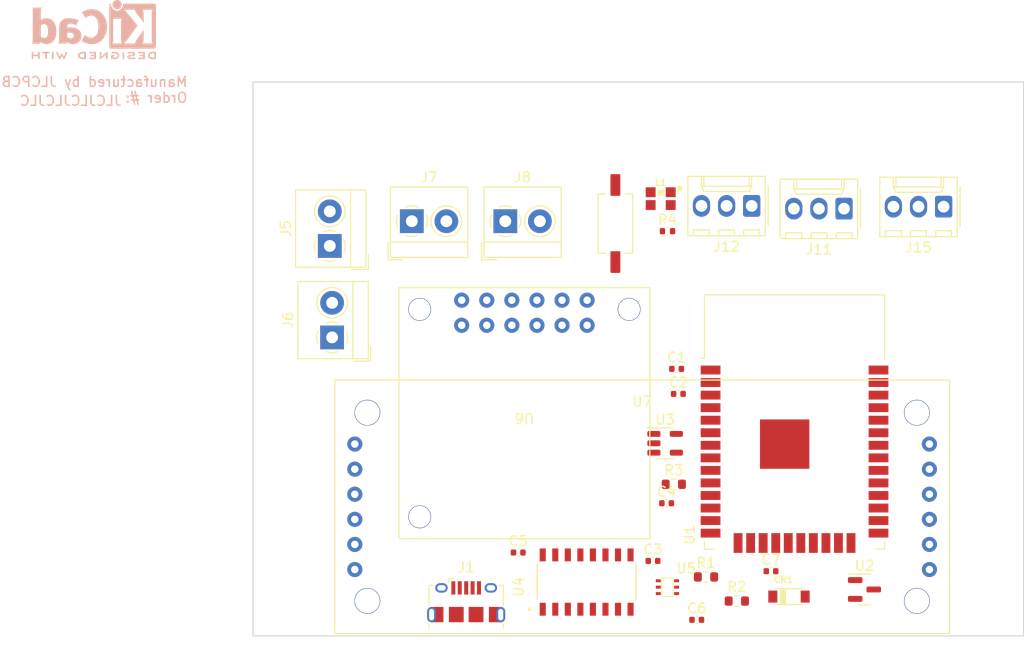
<source format=kicad_pcb>
(kicad_pcb (version 20211014) (generator pcbnew)
  (layers (0 "F.Cu" signal) (1 "In1.Cu" signal) (2 "In2.Cu" signal) (31 "B.Cu" signal) (34 "B.Paste" user) (35 "F.Paste" user) (36 "B.SilkS" user "B.Silkscreen") (37 "F.SilkS" user "F.Silkscreen") (38 "B.Mask" user) (39 "F.Mask" user) (44 "Edge.Cuts" user))
  (net 0 "")
  (net 1 "RX_FU")
  (net 2 "GND")
  (net 3 "+3.3V")
  (net 4 "VIN")
  (net 5 "VBUS")
  (net 8 "D-")
  (net 9 "D+")
  (net 12 "SCL")
  (net 13 "SDA")
  (net 14 "+5V")
  (net 20 "Net-(R3-Pad1)")
  (net 21 "ST_LED_D")
  (net 27 "TX_FU")
  (net 35 "GPIO0")
  (net 36 "RX_FU3")
  (net 39 "TXD0")
  (net 40 "RXD0")
  (net 41 "TX_FU3")
  (net 49 "DTR")
  (net 50 "RTS")
  (net 52 "RESET")
  (net 57 "+12V")
  (net 58 "Net-(L1-Pad3)")
  (net 59 "RX_FU2")
  (net 60 "TX_FU2")
  (footprint "Capacitor_SMD:C_0402_1005Metric" (layer "F.Cu") (at 111.38 129.67)
    (fp_text reference "C7" (at 0 -1.16) (layer "F.SilkS"))
    (fp_text value "1uF")
    (pad "1" smd roundrect locked (at -0.48 0) (size 0.56 0.62) (layers "F.Cu" "F.Paste" "F.Mask") (net 3 "+3.3V"))
    (pad "2" smd roundrect locked (at 0.48 0) (size 0.56 0.62) (layers "F.Cu" "F.Paste" "F.Mask") (net 2 "GND"))
  )
  (footprint "Custom:WS2812B-2020" (layer "F.Cu") (at 100.21 91.955)
    (fp_text reference "L1" (at 0 -1.624) (layer "F.SilkS") (effects (font (size 0.64 0.64))))
    (fp_text value "WS2812B-2020")
    (pad "1" smd rect (at 1.015 0.65) (size 1 1) (layers "F.Cu" "F.Paste" "F.Mask"))
    (pad "2" smd rect (at 1.015 -0.65) (size 1 1) (layers "F.Cu" "F.Paste" "F.Mask") (net 2 "GND"))
    (pad "3" smd rect (at -1.015 -0.65) (size 1 1) (layers "F.Cu" "F.Paste" "F.Mask") (net 58 "Net-(L1-Pad3)"))
    (pad "4" smd rect (at -1.015 0.65) (size 1 1) (layers "F.Cu" "F.Paste" "F.Mask") (net 14 "+5V"))
  )
  (footprint "TerminalBlock_4Ucon:TerminalBlock_4Ucon_1x02_P3.50mm_Horizontal" (layer "F.Cu") (at 66.713333 96.74 90)
    (fp_text reference "J5" (at 1.75 -4.46 90) (layer "F.SilkS"))
    (fp_text value "12OUT")
    (pad "1" thru_hole rect locked (at 0 0 90) (size 2.4 2.4) (drill 1.2) (layers *.Cu *.Mask) (net 2 "GND"))
    (pad "2" thru_hole circle locked (at 3.5 0 90) (size 2.4 2.4) (drill 1.2) (layers *.Cu *.Mask) (net 57 "+12V"))
  )
  (footprint "Connector_USB:USB_Micro-B_Amphenol_10118194_Horizontal" (layer "F.Cu") (at 80.52 132.76)
    (fp_text reference "J1" (at 0 -3.5) (layer "F.SilkS"))
    (fp_text value "USB_B_Micro")
    (pad "1" smd rect locked (at -1.3 -1.4) (size 0.4 1.35) (layers "F.Cu" "F.Paste" "F.Mask") (net 5 "VBUS"))
    (pad "2" smd rect locked (at -0.65 -1.4) (size 0.4 1.35) (layers "F.Cu" "F.Paste" "F.Mask") (net 8 "D-"))
    (pad "3" smd rect locked (at 0 -1.4) (size 0.4 1.35) (layers "F.Cu" "F.Paste" "F.Mask") (net 9 "D+"))
    (pad "4" smd rect locked (at 0.65 -1.4) (size 0.4 1.35) (layers "F.Cu" "F.Paste" "F.Mask"))
    (pad "5" smd rect locked (at 1.3 -1.4) (size 0.4 1.35) (layers "F.Cu" "F.Paste" "F.Mask") (net 2 "GND"))
    (pad "6" thru_hole oval locked (at -3.5 1.3) (size 0.89 1.55) (drill oval 0.5 1.15) (layers *.Cu *.Mask))
    (pad "6" smd rect locked (at -2.9 1.3) (size 1.2 1.55) (layers "F.Cu" "F.Paste" "F.Mask"))
    (pad "6" thru_hole oval locked (at 3.5 1.3) (size 0.89 1.55) (drill oval 0.5 1.15) (layers *.Cu *.Mask))
    (pad "6" thru_hole oval locked (at -2.5 -1.4) (size 1.25 0.95) (drill oval 0.85 0.55) (layers *.Cu *.Mask))
    (pad "6" smd rect locked (at 2.9 1.3) (size 1.2 1.55) (layers "F.Cu" "F.Paste" "F.Mask"))
    (pad "6" smd rect locked (at -1 1.3) (size 1.5 1.55) (layers "F.Cu" "F.Paste" "F.Mask"))
    (pad "6" thru_hole oval locked (at 2.5 -1.4) (size 1.25 0.95) (drill oval 0.85 0.55) (layers *.Cu *.Mask))
    (pad "6" smd rect locked (at 1 1.3) (size 1.5 1.55) (layers "F.Cu" "F.Paste" "F.Mask"))
  )
  (footprint "TerminalBlock_4Ucon:TerminalBlock_4Ucon_1x02_P3.50mm_Horizontal" (layer "F.Cu") (at 84.48 94.24)
    (fp_text reference "J8" (at 1.75 -4.46) (layer "F.SilkS"))
    (fp_text value "5V Out 2")
    (pad "1" thru_hole rect locked (at 0 0) (size 2.4 2.4) (drill 1.2) (layers *.Cu *.Mask) (net 2 "GND"))
    (pad "2" thru_hole circle locked (at 3.5 0) (size 2.4 2.4) (drill 1.2) (layers *.Cu *.Mask) (net 14 "+5V"))
  )
  (footprint "MountingHole:MountingHole_3.2mm_M3" (layer "F.Cu") (at 63 84.11)
    (fp_text reference "REF**" hide)
    (fp_text value "MountingHole_3.2mm_M3" hide)
    (pad "" np_thru_hole circle locked (at 0 0) (size 3.2 3.2) (drill 3.2) (layers *.Cu *.Mask))
  )
  (footprint "Connector_Molex:Molex_KK-254_AE-6410-03A_1x03_P2.54mm_Vertical" (layer "F.Cu") (at 118.77 92.97 180)
    (fp_text reference "J11" (at 2.54 -4.12) (layer "F.SilkS"))
    (fp_text value "SERIAL_FU3")
    (pad "1" thru_hole roundrect locked (at 0 0 180) (size 1.74 2.19) (drill 1.19) (layers *.Cu *.Mask) (roundrect_rratio 0.143678) (net 2 "GND"))
    (pad "2" thru_hole oval locked (at 2.54 0 180) (size 1.74 2.19) (drill 1.19) (layers *.Cu *.Mask) (net 36 "RX_FU3"))
    (pad "3" thru_hole oval locked (at 5.08 0 180) (size 1.74 2.19) (drill 1.19) (layers *.Cu *.Mask) (net 41 "TX_FU3"))
  )
  (footprint "Connector_Molex:Molex_KK-254_AE-6410-03A_1x03_P2.54mm_Vertical" (layer "F.Cu") (at 128.85 92.77 180)
    (fp_text reference "J15" (at 2.54 -4.12) (layer "F.SilkS"))
    (fp_text value "SERIAL_FU2")
    (pad "1" thru_hole roundrect locked (at 0 0 180) (size 1.74 2.19) (drill 1.19) (layers *.Cu *.Mask) (roundrect_rratio 0.143678) (net 2 "GND"))
    (pad "2" thru_hole oval locked (at 2.54 0 180) (size 1.74 2.19) (drill 1.19) (layers *.Cu *.Mask) (net 59 "RX_FU2"))
    (pad "3" thru_hole oval locked (at 5.08 0 180) (size 1.74 2.19) (drill 1.19) (layers *.Cu *.Mask) (net 60 "TX_FU2"))
  )
  (footprint "Custom:PCA9685" (layer "F.Cu") (at 98.33 123.15)
    (fp_text reference "U7" (at 0 -10.66 unlocked) (layer "F.SilkS"))
    (fp_text value "PCA9685")
    (pad "1" thru_hole circle (at -29.083 -6.35) (size 1.524 1.524) (drill 0.762) (layers *.Cu *.Mask) (net 2 "GND"))
    (pad "2" thru_hole circle (at -29.083 -3.81) (size 1.524 1.524) (drill 0.762) (layers *.Cu *.Mask))
    (pad "3" thru_hole circle (at -29.083 -1.27) (size 1.524 1.524) (drill 0.762) (layers *.Cu *.Mask) (net 12 "SCL"))
    (pad "4" thru_hole circle (at -29.083 1.27) (size 1.524 1.524) (drill 0.762) (layers *.Cu *.Mask) (net 13 "SDA"))
    (pad "5" thru_hole circle (at -29.083 3.81) (size 1.524 1.524) (drill 0.762) (layers *.Cu *.Mask) (net 3 "+3.3V"))
    (pad "6" thru_hole circle (at -29.083 6.35) (size 1.524 1.524) (drill 0.762) (layers *.Cu *.Mask) (net 14 "+5V"))
    (pad "7" thru_hole circle (at 29.083 -6.35) (size 1.524 1.524) (drill 0.762) (layers *.Cu *.Mask) (net 2 "GND"))
    (pad "8" thru_hole circle (at 29.083 -3.81) (size 1.524 1.524) (drill 0.762) (layers *.Cu *.Mask))
    (pad "9" thru_hole circle (at 29.083 -1.27) (size 1.524 1.524) (drill 0.762) (layers *.Cu *.Mask) (net 12 "SCL"))
    (pad "10" thru_hole circle (at 29.083 1.27) (size 1.524 1.524) (drill 0.762) (layers *.Cu *.Mask) (net 13 "SDA"))
    (pad "11" thru_hole circle (at 29.083 3.81) (size 1.524 1.524) (drill 0.762) (layers *.Cu *.Mask) (net 3 "+3.3V"))
    (pad "12" thru_hole circle (at 29.083 6.35) (size 1.524 1.524) (drill 0.762) (layers *.Cu *.Mask) (net 14 "+5V"))
    (pad "13" thru_hole circle (at -27.813 -9.525) (size 2.6 2.6) (drill 2.5) (layers *.Cu *.Mask))
    (pad "13" thru_hole circle (at 27.813 -9.525) (size 2.6 2.6) (drill 2.5) (layers *.Cu *.Mask))
    (pad "13" thru_hole circle (at 27.813 9.525) (size 2.6 2.6) (drill 2.5) (layers *.Cu *.Mask))
    (pad "13" thru_hole circle (at -27.813 9.525) (size 2.6 2.6) (drill 2.5) (layers *.Cu *.Mask))
  )
  (footprint "Capacitor_SMD:C_0402_1005Metric" (layer "F.Cu") (at 99.43 128.63)
    (fp_text reference "C3" (at 0 -1.16) (layer "F.SilkS"))
    (fp_text value "100nF")
    (pad "1" smd roundrect locked (at -0.48 0) (size 0.56 0.62) (layers "F.Cu" "F.Paste" "F.Mask") (net 3 "+3.3V"))
    (pad "2" smd roundrect locked (at 0.48 0) (size 0.56 0.62) (layers "F.Cu" "F.Paste" "F.Mask") (net 2 "GND"))
  )
  (footprint "MountingHole:MountingHole_3.2mm_M3" (layer "F.Cu") (at 133.25 83.86)
    (fp_text reference "REF**" hide)
    (fp_text value "MountingHole_3.2mm_M3" hide)
    (pad "" np_thru_hole circle locked (at 0 0) (size 3.2 3.2) (drill 3.2) (layers *.Cu *.Mask))
  )
  (footprint "Custom:UMT6" (layer "F.Cu") (at 100.895 131.2858)
    (fp_text reference "U5" (at 1.905 -1.905) (layer "F.SilkS"))
    (fp_text value "UMH3N")
    (pad "1" smd rect (at -0.925 -0.65) (size 0.5 0.3) (layers "F.Cu") (net 50 "RTS"))
    (pad "2" smd rect (at -0.925 0) (size 0.5 0.3) (layers "F.Cu") (net 49 "DTR"))
    (pad "3" smd rect (at -0.925 0.65) (size 0.5 0.3) (layers "F.Cu") (net 35 "GPIO0"))
    (pad "4" smd rect (at 0.925 0.65 180) (size 0.5 0.3) (layers "F.Cu") (net 49 "DTR"))
    (pad "5" smd rect (at 0.925 0 180) (size 0.5 0.3) (layers "F.Cu") (net 50 "RTS"))
    (pad "6" smd rect (at 0.925 -0.65 180) (size 0.5 0.3) (layers "F.Cu") (net 52 "RESET"))
  )
  (footprint "Capacitor_SMD:C_0402_1005Metric" (layer "F.Cu") (at 85.79 127.78)
    (fp_text reference "C5" (at 0 -1.16) (layer "F.SilkS"))
    (fp_text value "1uF")
    (pad "1" smd roundrect locked (at -0.48 0) (size 0.56 0.62) (layers "F.Cu" "F.Paste" "F.Mask") (net 2 "GND"))
    (pad "2" smd roundrect locked (at 0.48 0) (size 0.56 0.62) (layers "F.Cu" "F.Paste" "F.Mask") (net 4 "VIN"))
  )
  (footprint "Resistor_SMD:R_0603_1608Metric" (layer "F.Cu") (at 107.92 132.69)
    (fp_text reference "R2" (at 0 -1.43) (layer "F.SilkS"))
    (fp_text value "100K")
    (pad "1" smd roundrect locked (at -0.825 0) (size 0.8 0.95) (layers "F.Cu" "F.Paste" "F.Mask") (net 5 "VBUS"))
    (pad "2" smd roundrect locked (at 0.825 0) (size 0.8 0.95) (layers "F.Cu" "F.Paste" "F.Mask") (net 2 "GND"))
  )
  (footprint "Package_TO_SOT_SMD:SOT-23-5" (layer "F.Cu") (at 100.66 116.72)
    (fp_text reference "U3" (at 0 -2.4) (layer "F.SilkS"))
    (fp_text value "ME6211C33M5G")
    (pad "1" smd roundrect locked (at -1.1375 -0.95) (size 1.325 0.6) (layers "F.Cu" "F.Paste" "F.Mask") (net 4 "VIN"))
    (pad "2" smd roundrect locked (at -1.1375 0) (size 1.325 0.6) (layers "F.Cu" "F.Paste" "F.Mask") (net 2 "GND"))
    (pad "3" smd roundrect locked (at -1.1375 0.95) (size 1.325 0.6) (layers "F.Cu" "F.Paste" "F.Mask") (net 20 "Net-(R3-Pad1)"))
    (pad "4" smd roundrect locked (at 1.1375 0.95) (size 1.325 0.6) (layers "F.Cu" "F.Paste" "F.Mask"))
    (pad "5" smd roundrect locked (at 1.1375 -0.95) (size 1.325 0.6) (layers "F.Cu" "F.Paste" "F.Mask") (net 3 "+3.3V"))
  )
  (footprint "Pololu:D36V50F5-STEPDOWN" (layer "F.Cu") (at 86.415 113.665 180)
    (fp_text reference "U6" (at 0 -0.5 180 unlocked) (layer "F.SilkS"))
    (fp_text value "D36V50F5-STEPDOWN")
    (pad "1" thru_hole circle (at -6.35 11.43 180) (size 1.524 1.524) (drill 0.762) (layers *.Cu *.Mask) (net 14 "+5V"))
    (pad "2" thru_hole circle (at -3.81 11.43 180) (size 1.524 1.524) (drill 0.762) (layers *.Cu *.Mask) (net 2 "GND"))
    (pad "3" thru_hole circle (at -1.27 11.43 180) (size 1.524 1.524) (drill 0.762) (layers *.Cu *.Mask) (net 2 "GND"))
    (pad "4" thru_hole circle (at 1.27 11.43 180) (size 1.524 1.524) (drill 0.762) (layers *.Cu *.Mask) (net 57 "+12V"))
    (pad "5" thru_hole circle (at 3.81 11.43 180) (size 1.524 1.524) (drill 0.762) (layers *.Cu *.Mask))
    (pad "6" thru_hole circle (at 6.35 11.43 180) (size 1.524 1.524) (drill 0.762) (layers *.Cu *.Mask))
    (pad "7" thru_hole circle (at 6.35 8.89 180) (size 1.524 1.524) (drill 0.762) (layers *.Cu *.Mask))
    (pad "8" thru_hole circle (at 3.81 8.89 180) (size 1.524 1.524) (drill 0.762) (layers *.Cu *.Mask))
    (pad "9" thru_hole circle (at 1.27 8.89 180) (size 1.524 1.524) (drill 0.762) (layers *.Cu *.Mask) (net 57 "+12V"))
    (pad "10" thru_hole circle (at -1.27 8.89 180) (size 1.524 1.524) (drill 0.762) (layers *.Cu *.Mask) (net 2 "GND"))
    (pad "11" thru_hole circle (at -3.81 8.89 180) (size 1.524 1.524) (drill 0.762) (layers *.Cu *.Mask) (net 2 "GND"))
    (pad "12" thru_hole circle (at -6.35 8.89 180) (size 1.524 1.524) (drill 0.762) (layers *.Cu *.Mask) (net 14 "+5V"))
    (pad "13" thru_hole circle (at -10.6 10.5 180) (size 2.3 2.3) (drill 2.2) (layers *.Cu *.Mask))
    (pad "14" thru_hole circle (at 10.6 10.5 180) (size 2.3 2.3) (drill 2.2) (layers *.Cu *.Mask))
    (pad "15" thru_hole circle (at 10.6 -10.5 180) (size 2.3 2.3) (drill 2.2) (layers *.Cu *.Mask))
  )
  (footprint "Resistor_SMD:R_0603_1608Metric" (layer "F.Cu") (at 104.8 130.25)
    (fp_text reference "R1" (at 0 -1.43) (layer "F.SilkS"))
    (fp_text value "10K")
    (pad "1" smd roundrect locked (at -0.825 0) (size 0.8 0.95) (layers "F.Cu" "F.Paste" "F.Mask") (net 3 "+3.3V"))
    (pad "2" smd roundrect locked (at 0.825 0) (size 0.8 0.95) (layers "F.Cu" "F.Paste" "F.Mask") (net 52 "RESET"))
  )
  (footprint "Capacitor_SMD:C_0402_1005Metric" (layer "F.Cu") (at 101.82 109.19)
    (fp_text reference "C1" (at 0 -1.16) (layer "F.SilkS"))
    (fp_text value "100nF")
    (pad "1" smd roundrect locked (at -0.48 0) (size 0.56 0.62) (layers "F.Cu" "F.Paste" "F.Mask") (net 52 "RESET"))
    (pad "2" smd roundrect locked (at 0.48 0) (size 0.56 0.62) (layers "F.Cu" "F.Paste" "F.Mask") (net 2 "GND"))
  )
  (footprint "MountingHole:MountingHole_3.2mm_M3" (layer "F.Cu") (at 133.25 132.55)
    (fp_text reference "REF**" hide)
    (fp_text value "MountingHole_3.2mm_M3" hide)
    (pad "" np_thru_hole circle locked (at 0 0) (size 3.2 3.2) (drill 3.2) (layers *.Cu *.Mask))
  )
  (footprint "Custom:SOIC127P600X180-16N" (layer "F.Cu") (at 92.715 130.77 90)
    (fp_text reference "U4" (at -0.48 -6.885 90) (layer "F.SilkS"))
    (fp_text value "CH340C")
    (pad "1" smd roundrect (at -2.75 -4.445 90) (size 1.31 0.62) (layers "F.Cu" "F.Paste" "F.Mask") (roundrect_rratio 0.08) (net 2 "GND"))
    (pad "2" smd roundrect (at -2.75 -3.175 90) (size 1.31 0.62) (layers "F.Cu" "F.Paste" "F.Mask") (roundrect_rratio 0.08) (net 40 "RXD0"))
    (pad "3" smd roundrect (at -2.75 -1.905 90) (size 1.31 0.62) (layers "F.Cu" "F.Paste" "F.Mask") (roundrect_rratio 0.08) (net 39 "TXD0"))
    (pad "4" smd roundrect (at -2.75 -0.635 90) (size 1.31 0.62) (layers "F.Cu" "F.Paste" "F.Mask") (roundrect_rratio 0.08) (net 3 "+3.3V"))
    (pad "5" smd roundrect (at -2.75 0.635 90) (size 1.31 0.62) (layers "F.Cu" "F.Paste" "F.Mask") (roundrect_rratio 0.08) (net 9 "D+"))
    (pad "6" smd roundrect (at -2.75 1.905 90) (size 1.31 0.62) (layers "F.Cu" "F.Paste" "F.Mask") (roundrect_rratio 0.08) (net 8 "D-"))
    (pad "7" smd roundrect (at -2.75 3.175 90) (size 1.31 0.62) (layers "F.Cu" "F.Paste" "F.Mask") (roundrect_rratio 0.08))
    (pad "8" smd roundrect (at -2.75 4.445 90) (size 1.31 0.62) (layers "F.Cu" "F.Paste" "F.Mask") (roundrect_rratio 0.08))
    (pad "9" smd roundrect (at 2.75 4.445 90) (size 1.31 0.62) (layers "F.Cu" "F.Paste" "F.Mask") (roundrect_rratio 0.08))
    (pad "10" smd roundrect (at 2.75 3.175 90) (size 1.31 0.62) (layers "F.Cu" "F.Paste" "F.Mask") (roundrect_rratio 0.08))
    (pad "11" smd roundrect (at 2.75 1.905 90) (size 1.31 0.62) (layers "F.Cu" "F.Paste" "F.Mask") (roundrect_rratio 0.08))
    (pad "12" smd roundrect (at 2.75 0.635 90) (size 1.31 0.62) (layers "F.Cu" "F.Paste" "F.Mask") (roundrect_rratio 0.08))
    (pad "13" smd roundrect (at 2.75 -0.635 90) (size 1.31 0.62) (layers "F.Cu" "F.Paste" "F.Mask") (roundrect_rratio 0.08) (net 49 "DTR"))
    (pad "14" smd roundrect (at 2.75 -1.905 90) (size 1.31 0.62) (layers "F.Cu" "F.Paste" "F.Mask") (roundrect_rratio 0.08) (net 50 "RTS"))
    (pad "15" smd roundrect (at 2.75 -3.175 90) (size 1.31 0.62) (layers "F.Cu" "F.Paste" "F.Mask") (roundrect_rratio 0.08))
    (pad "16" smd roundrect (at 2.75 -4.445 90) (size 1.31 0.62) (layers "F.Cu" "F.Paste" "F.Mask") (roundrect_rratio 0.08) (net 3 "+3.3V"))
  )
  (footprint "TerminalBlock_4Ucon:TerminalBlock_4Ucon_1x02_P3.50mm_Horizontal" (layer "F.Cu") (at 66.95 106 90)
    (fp_text reference "J6" (at 1.75 -4.46 90) (layer "F.SilkS"))
    (fp_text value "12VOUT")
    (pad "1" thru_hole rect locked (at 0 0 90) (size 2.4 2.4) (drill 1.2) (layers *.Cu *.Mask) (net 2 "GND"))
    (pad "2" thru_hole circle locked (at 3.5 0 90) (size 2.4 2.4) (drill 1.2) (layers *.Cu *.Mask) (net 57 "+12V"))
  )
  (footprint "Custom:SOD3716X135N" (layer "F.Cu") (at 113.1985 132.2385)
    (fp_text reference "CR1" (at -0.568058 -1.706585) (layer "F.SilkS") (effects (font (size 0.64007 0.64007))))
    (fp_text value "B5819W-TP")
    (pad "A" smd rect (at 1.6383 0) (size 0.9144 1.2192) (layers "F.Cu" "F.Paste" "F.Mask") (net 5 "VBUS"))
    (pad "C" smd rect (at -1.6383 0) (size 0.9144 1.2192) (layers "F.Cu" "F.Paste" "F.Mask") (net 4 "VIN"))
  )
  (footprint "RF_Module:ESP32-WROOM-32" (layer "F.Cu") (at 113.76 117.56)
    (fp_text reference "U1" (at -10.61 8.43 90) (layer "F.SilkS"))
    (fp_text value "ESP32-WROOM-32D_16MB_")
    (pad "1" smd rect locked (at -8.5 -8.255) (size 2 0.9) (layers "F.Cu" "F.Paste" "F.Mask") (net 2 "GND"))
    (pad "2" smd rect locked (at -8.5 -6.985) (size 2 0.9) (layers "F.Cu" "F.Paste" "F.Mask") (net 3 "+3.3V"))
    (pad "3" smd rect locked (at -8.5 -5.715) (size 2 0.9) (layers "F.Cu" "F.Paste" "F.Mask") (net 52 "RESET"))
    (pad "4" smd rect locked (at -8.5 -4.445) (size 2 0.9) (layers "F.Cu" "F.Paste" "F.Mask"))
    (pad "5" smd rect locked (at -8.5 -3.175) (size 2 0.9) (layers "F.Cu" "F.Paste" "F.Mask"))
    (pad "6" smd rect locked (at -8.5 -1.905) (size 2 0.9) (layers "F.Cu" "F.Paste" "F.Mask"))
    (pad "7" smd rect locked (at -8.5 -0.635) (size 2 0.9) (layers "F.Cu" "F.Paste" "F.Mask"))
    (pad "8" smd rect locked (at -8.5 0.635) (size 2 0.9) (layers "F.Cu" "F.Paste" "F.Mask"))
    (pad "9" smd rect locked (at -8.5 1.905) (size 2 0.9) (layers "F.Cu" "F.Paste" "F.Mask"))
    (pad "10" smd rect locked (at -8.5 3.175) (size 2 0.9) (layers "F.Cu" "F.Paste" "F.Mask") (net 36 "RX_FU3"))
    (pad "11" smd rect locked (at -8.5 4.445) (size 2 0.9) (layers "F.Cu" "F.Paste" "F.Mask"))
    (pad "12" smd rect locked (at -8.5 5.715) (size 2 0.9) (layers "F.Cu" "F.Paste" "F.Mask"))
    (pad "13" smd rect locked (at -8.5 6.985) (size 2 0.9) (layers "F.Cu" "F.Paste" "F.Mask"))
    (pad "14" smd rect locked (at -8.5 8.255) (size 2 0.9) (layers "F.Cu" "F.Paste" "F.Mask"))
    (pad "15" smd rect locked (at -5.715 9.255 90) (size 2 0.9) (layers "F.Cu" "F.Paste" "F.Mask") (net 2 "GND"))
    (pad "16" smd rect locked (at -4.445 9.255 90) (size 2 0.9) (layers "F.Cu" "F.Paste" "F.Mask"))
    (pad "17" smd rect locked (at -3.175 9.255 90) (size 2 0.9) (layers "F.Cu" "F.Paste" "F.Mask"))
    (pad "18" smd rect locked (at -1.905 9.255 90) (size 2 0.9) (layers "F.Cu" "F.Paste" "F.Mask"))
    (pad "19" smd rect locked (at -0.635 9.255 90) (size 2 0.9) (layers "F.Cu" "F.Paste" "F.Mask"))
    (pad "20" smd rect locked (at 0.635 9.255 90) (size 2 0.9) (layers "F.Cu" "F.Paste" "F.Mask"))
    (pad "21" smd rect locked (at 1.905 9.255 90) (size 2 0.9) (layers "F.Cu" "F.Paste" "F.Mask"))
    (pad "22" smd rect locked (at 3.175 9.255 90) (size 2 0.9) (layers "F.Cu" "F.Paste" "F.Mask"))
    (pad "23" smd rect locked (at 4.445 9.255 90) (size 2 0.9) (layers "F.Cu" "F.Paste" "F.Mask") (net 27 "TX_FU"))
    (pad "24" smd rect locked (at 5.715 9.255 90) (size 2 0.9) (layers "F.Cu" "F.Paste" "F.Mask"))
    (pad "25" smd rect locked (at 8.5 8.255) (size 2 0.9) (layers "F.Cu" "F.Paste" "F.Mask") (net 35 "GPIO0"))
    (pad "26" smd rect locked (at 8.5 6.985) (size 2 0.9) (layers "F.Cu" "F.Paste" "F.Mask") (net 21 "ST_LED_D"))
    (pad "27" smd rect locked (at 8.5 5.715) (size 2 0.9) (layers "F.Cu" "F.Paste" "F.Mask") (net 1 "RX_FU"))
    (pad "28" smd rect locked (at 8.5 4.445) (size 2 0.9) (layers "F.Cu" "F.Paste" "F.Mask") (net 60 "TX_FU2"))
    (pad "29" smd rect locked (at 8.5 3.175) (size 2 0.9) (layers "F.Cu" "F.Paste" "F.Mask"))
    (pad "30" smd rect locked (at 8.5 1.905) (size 2 0.9) (layers "F.Cu" "F.Paste" "F.Mask") (net 59 "RX_FU2"))
    (pad "31" smd rect locked (at 8.5 0.635) (size 2 0.9) (layers "F.Cu" "F.Paste" "F.Mask"))
    (pad "32" smd rect locked (at 8.5 -0.635) (size 2 0.9) (layers "F.Cu" "F.Paste" "F.Mask"))
    (pad "33" smd rect locked (at 8.5 -1.905) (size 2 0.9) (layers "F.Cu" "F.Paste" "F.Mask") (net 13 "SDA"))
    (pad "34" smd rect locked (at 8.5 -3.175) (size 2 0.9) (layers "F.Cu" "F.Paste" "F.Mask") (net 40 "RXD0"))
    (pad "35" smd rect locked (at 8.5 -4.445) (size 2 0.9) (layers "F.Cu" "F.Paste" "F.Mask") (net 39 "TXD0"))
    (pad "36" smd rect locked (at 8.5 -5.715) (size 2 0.9) (layers "F.Cu" "F.Paste" "F.Mask") (net 12 "SCL"))
    (pad "37" smd rect locked (at 8.5 -6.985) (size 2 0.9) (layers "F.Cu" "F.Paste" "F.Mask") (net 41 "TX_FU3"))
    (pad "38" smd rect locked (at 8.5 -8.255) (size 2 0.9) (layers "F.Cu" "F.Paste" "F.Mask") (net 2 "GND"))
    (pad "39" smd rect locked (at -1 -0.755) (size 5 5) (layers "F.Cu" "F.Paste" "F.Mask") (net 2 "GND"))
  )
  (footprint "Capacitor_SMD:C_0402_1005Metric" (layer "F.Cu") (at 103.86 134.59)
    (fp_text reference "C6" (at 0 -1.16) (layer "F.SilkS"))
    (fp_text value "100nF")
    (pad "1" smd roundrect locked (at -0.48 0) (size 0.56 0.62) (layers "F.Cu" "F.Paste" "F.Mask") (net 3 "+3.3V"))
    (pad "2" smd roundrect locked (at 0.48 0) (size 0.56 0.62) (layers "F.Cu" "F.Paste" "F.Mask") (net 2 "GND"))
  )
  (footprint "Resistor_SMD:R_0402_1005Metric" (layer "F.Cu") (at 100.9 95.25)
    (fp_text reference "R4" (at 0 -1.17) (layer "F.SilkS"))
    (fp_text value "220")
    (pad "1" smd roundrect locked (at -0.51 0) (size 0.54 0.64) (layers "F.Cu" "F.Paste" "F.Mask") (net 21 "ST_LED_D"))
    (pad "2" smd roundrect locked (at 0.51 0) (size 0.54 0.64) (layers "F.Cu" "F.Paste" "F.Mask") (net 58 "Net-(L1-Pad3)"))
  )
  (footprint "Connector_Molex:Molex_KK-254_AE-6410-03A_1x03_P2.54mm_Vertical" (layer "F.Cu") (at 109.42 92.69 180)
    (fp_text reference "J12" (at 2.54 -4.12) (layer "F.SilkS"))
    (fp_text value "SERIAL_FU")
    (pad "1" thru_hole roundrect locked (at 0 0 180) (size 1.74 2.19) (drill 1.19) (layers *.Cu *.Mask) (roundrect_rratio 0.143678) (net 2 "GND"))
    (pad "2" thru_hole oval locked (at 2.54 0 180) (size 1.74 2.19) (drill 1.19) (layers *.Cu *.Mask) (net 1 "RX_FU"))
    (pad "3" thru_hole oval locked (at 5.08 0 180) (size 1.74 2.19) (drill 1.19) (layers *.Cu *.Mask) (net 27 "TX_FU"))
  )
  (footprint "TerminalBlock_4Ucon:TerminalBlock_4Ucon_1x02_P3.50mm_Horizontal" (layer "F.Cu") (at 75.016666 94.24)
    (fp_text reference "J7" (at 1.75 -4.46) (layer "F.SilkS"))
    (fp_text value "5V OUT")
    (pad "1" thru_hole rect locked (at 0 0) (size 2.4 2.4) (drill 1.2) (layers *.Cu *.Mask) (net 2 "GND"))
    (pad "2" thru_hole circle locked (at 3.5 0) (size 2.4 2.4) (drill 1.2) (layers *.Cu *.Mask) (net 14 "+5V"))
  )
  (footprint "Capacitor_SMD:C_0402_1005Metric" (layer "F.Cu") (at 102 111.72)
    (fp_text reference "C2" (at 0 -1.16) (layer "F.SilkS"))
    (fp_text value "10uF")
    (pad "1" smd roundrect locked (at -0.48 0) (size 0.56 0.62) (layers "F.Cu" "F.Paste" "F.Mask") (net 3 "+3.3V"))
    (pad "2" smd roundrect locked (at 0.48 0) (size 0.56 0.62) (layers "F.Cu" "F.Paste" "F.Mask") (net 2 "GND"))
  )
  (footprint "MountingHole:MountingHole_3.2mm_M3" (layer "F.Cu") (at 63 132.51)
    (fp_text reference "REF**" hide)
    (fp_text value "MountingHole_3.2mm_M3" hide)
    (pad "" np_thru_hole circle locked (at 0 0) (size 3.2 3.2) (drill 3.2) (layers *.Cu *.Mask))
  )
  (footprint "Package_TO_SOT_SMD:SOT-23" (layer "F.Cu") (at 120.84 131.52)
    (fp_text reference "U2" (at 0 -2.4) (layer "F.SilkS"))
    (fp_text value "CJ2301_S1")
    (pad "1" smd roundrect (at -0.9375 -0.95) (size 1.475 0.6) (layers "F.Cu" "F.Paste" "F.Mask") (net 5 "VBUS"))
    (pad "2" smd roundrect (at -0.9375 0.95) (size 1.475 0.6) (layers "F.Cu" "F.Paste" "F.Mask") (net 4 "VIN"))
    (pad "3" smd roundrect (at 0.9375 0) (size 1.475 0.6) (layers "F.Cu" "F.Paste" "F.Mask") (net 14 "+5V"))
  )
  (footprint "Custom:TS-1101S-B-B-B-W-A" (layer "F.Cu") (at 95.625 94.475 -90)
    (fp_text reference "SW1")
    (fp_text value "SW_Push")
    (pad "1" smd roundrect (at -3.9 0 270) (size 2.2 1) (layers "F.Cu" "F.Paste" "F.Mask") (roundrect_rratio 0.1) (net 2 "GND"))
    (pad "2" smd roundrect (at 3.9 0 270) (size 2.2 1) (layers "F.Cu" "F.Paste" "F.Mask") (roundrect_rratio 0.1) (net 52 "RESET"))
  )
  (footprint "Capacitor_SMD:C_0402_1005Metric" (layer "F.Cu") (at 100.81 122.79)
    (fp_text reference "C4" (at 0 -1.16) (layer "F.SilkS"))
    (fp_text value "10uF")
    (pad "1" smd roundrect locked (at -0.48 0) (size 0.56 0.62) (layers "F.Cu" "F.Paste" "F.Mask") (net 3 "+3.3V"))
    (pad "2" smd roundrect locked (at 0.48 0) (size 0.56 0.62) (layers "F.Cu" "F.Paste" "F.Mask") (net 2 "GND"))
  )
  (footprint "Resistor_SMD:R_0603_1608Metric" (layer "F.Cu") (at 101.54 120.87)
    (fp_text reference "R3" (at 0 -1.43) (layer "F.SilkS"))
    (fp_text value "100K")
    (pad "1" smd roundrect locked (at -0.825 0) (size 0.8 0.95) (layers "F.Cu" "F.Paste" "F.Mask") (net 20 "Net-(R3-Pad1)"))
    (pad "2" smd roundrect locked (at 0.825 0) (size 0.8 0.95) (layers "F.Cu" "F.Paste" "F.Mask") (net 4 "VIN"))
  )
  (footprint "Symbol:KiCad-Logo2_5mm_SilkScreen" (layer "B.Cu") (at 42.84 74.83 180)
    (fp_text reference "REF**" hide)
    (fp_text value "KiCad-Logo2_5mm_SilkScreen" hide)
  )
  (gr_rect (start 58.94 80.15) (end 136.95 136.22) (layer "Edge.Cuts") (width 0.1) (fill none))
  (gr_text "Manufactured by JLCPCB\nOrder #:" (at 52.39 80.94) (layer "B.SilkS") (effects (font (size 1 1)) (justify left mirror)))
  (gr_text "JLCJLCJLCJLC" (at 40.49 82.05) (layer "B.SilkS") (effects (font (size 1 1)) (justify mirror)))
)
</source>
